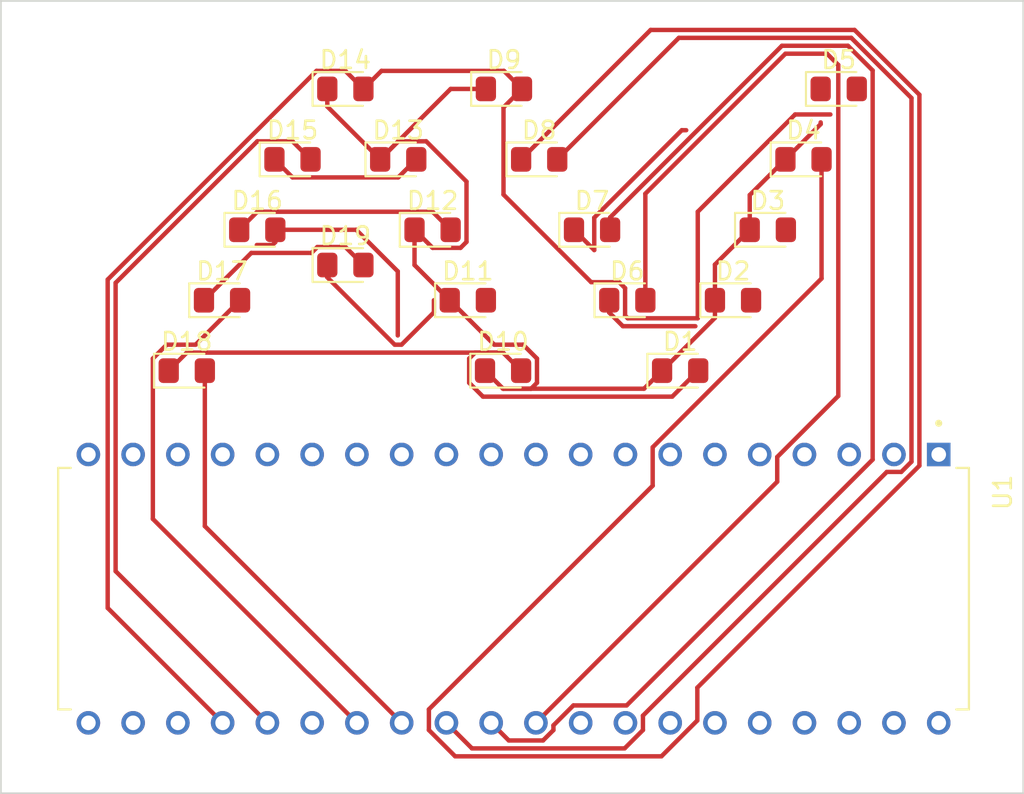
<source format=kicad_pcb>
(kicad_pcb (version 20221018) (generator pcbnew)
  (layers (0 "F.Cu" signal) (31 "B.Cu" signal) (34 "B.Paste" user) (35 "F.Paste" user) (36 "B.SilkS" user "B.Silkscreen") (37 "F.SilkS" user "F.Silkscreen") (38 "B.Mask" user) (39 "F.Mask" user) (44 "Edge.Cuts" user))
  (net 0 "")
  (net 1 "Net-(D1-K)")
  (net 2 "Net-(D1-A)")
  (net 3 "Net-(D2-A)")
  (net 4 "Net-(D3-A)")
  (net 5 "Net-(D4-A)")
  (net 6 "Net-(D14-A)")
  (net 7 "Net-(D6-A)")
  (net 8 "Net-(D7-A)")
  (net 9 "Net-(D8-A)")
  (net 10 "Net-(D11-A)")
  (net 11 "Net-(D12-A)")
  (net 12 "Net-(D13-A)")
  (net 13 "Net-(D15-A)")
  (net 14 "Net-(D16-A)")
  (net 15 "Net-(D17-K)")
  (net 16 "Net-(D17-A)")
  (net 17 "Net-(D18-A)")
  (footprint "LED_SMD:LED_0805_2012Metric_Pad1.15x1.40mm_HandSolder" (layer "F.Cu") (at 182.025 66)
    (fp_text reference "D4" (at 0 -1.65) (layer "F.SilkS"))
    (fp_text value "LED")
    (fp_line (start -1.86 -0.96) (end -1.86 0.96) (stroke (width 0.12)) (layer "F.SilkS"))
    (fp_line (start -1.86 0.96) (end 1 0.96) (stroke (width 0.12)) (layer "F.SilkS"))
    (fp_line (start 1 -0.96) (end -1.86 -0.96) (stroke (width 0.12)) (layer "F.SilkS"))
    (pad "1" smd roundrect (at -1.025 0) (size 1.15 1.4) (layers "F.Cu" "F.Paste" "F.Mask") (roundrect_rratio 0.217391) (net 1 "Net-(D1-K)"))
    (pad "2" smd roundrect (at 1.025 0) (size 1.15 1.4) (layers "F.Cu" "F.Paste" "F.Mask") (roundrect_rratio 0.217391) (net 5 "Net-(D4-A)"))
  )
  (footprint "LED_SMD:LED_0805_2012Metric_Pad1.15x1.40mm_HandSolder" (layer "F.Cu") (at 164.975 78)
    (fp_text reference "D10" (at 0 -1.65) (layer "F.SilkS"))
    (fp_text value "LED")
    (fp_line (start -1.86 -0.96) (end -1.86 0.96) (stroke (width 0.12)) (layer "F.SilkS"))
    (fp_line (start -1.86 0.96) (end 1 0.96) (stroke (width 0.12)) (layer "F.SilkS"))
    (fp_line (start 1 -0.96) (end -1.86 -0.96) (stroke (width 0.12)) (layer "F.SilkS"))
    (pad "1" smd roundrect (at -1.025 0) (size 1.15 1.4) (layers "F.Cu" "F.Paste" "F.Mask") (roundrect_rratio 0.217391) (net 1 "Net-(D1-K)"))
    (pad "2" smd roundrect (at 1.025 0) (size 1.15 1.4) (layers "F.Cu" "F.Paste" "F.Mask") (roundrect_rratio 0.217391) (net 2 "Net-(D1-A)"))
  )
  (footprint "LED_SMD:LED_0805_2012Metric_Pad1.15x1.40mm_HandSolder" (layer "F.Cu") (at 180 70)
    (fp_text reference "D3" (at 0 -1.65) (layer "F.SilkS"))
    (fp_text value "LED")
    (fp_line (start -1.86 -0.96) (end -1.86 0.96) (stroke (width 0.12)) (layer "F.SilkS"))
    (fp_line (start -1.86 0.96) (end 1 0.96) (stroke (width 0.12)) (layer "F.SilkS"))
    (fp_line (start 1 -0.96) (end -1.86 -0.96) (stroke (width 0.12)) (layer "F.SilkS"))
    (pad "1" smd roundrect (at -1.025 0) (size 1.15 1.4) (layers "F.Cu" "F.Paste" "F.Mask") (roundrect_rratio 0.217391) (net 1 "Net-(D1-K)"))
    (pad "2" smd roundrect (at 1.025 0) (size 1.15 1.4) (layers "F.Cu" "F.Paste" "F.Mask") (roundrect_rratio 0.217391) (net 4 "Net-(D3-A)"))
  )
  (footprint "LED_SMD:LED_0805_2012Metric_Pad1.15x1.40mm_HandSolder" (layer "F.Cu") (at 170.025 70)
    (fp_text reference "D7" (at 0 -1.65) (layer "F.SilkS"))
    (fp_text value "LED")
    (fp_line (start -1.86 -0.96) (end -1.86 0.96) (stroke (width 0.12)) (layer "F.SilkS"))
    (fp_line (start -1.86 0.96) (end 1 0.96) (stroke (width 0.12)) (layer "F.SilkS"))
    (fp_line (start 1 -0.96) (end -1.86 -0.96) (stroke (width 0.12)) (layer "F.SilkS"))
    (pad "1" smd roundrect (at -1.025 0) (size 1.15 1.4) (layers "F.Cu" "F.Paste" "F.Mask") (roundrect_rratio 0.217391) (net 4 "Net-(D3-A)"))
    (pad "2" smd roundrect (at 1.025 0) (size 1.15 1.4) (layers "F.Cu" "F.Paste" "F.Mask") (roundrect_rratio 0.217391) (net 8 "Net-(D7-A)"))
  )
  (footprint "LED_SMD:LED_0805_2012Metric_Pad1.15x1.40mm_HandSolder" (layer "F.Cu") (at 175.025 78)
    (fp_text reference "D1" (at 0 -1.65) (layer "F.SilkS"))
    (fp_text value "LED")
    (fp_line (start -1.86 -0.96) (end -1.86 0.96) (stroke (width 0.12)) (layer "F.SilkS"))
    (fp_line (start -1.86 0.96) (end 1 0.96) (stroke (width 0.12)) (layer "F.SilkS"))
    (fp_line (start 1 -0.96) (end -1.86 -0.96) (stroke (width 0.12)) (layer "F.SilkS"))
    (pad "1" smd roundrect (at -1.025 0) (size 1.15 1.4) (layers "F.Cu" "F.Paste" "F.Mask") (roundrect_rratio 0.217391) (net 1 "Net-(D1-K)"))
    (pad "2" smd roundrect (at 1.025 0) (size 1.15 1.4) (layers "F.Cu" "F.Paste" "F.Mask") (roundrect_rratio 0.217391) (net 2 "Net-(D1-A)"))
  )
  (footprint "LED_SMD:LED_0805_2012Metric_Pad1.15x1.40mm_HandSolder" (layer "F.Cu") (at 160.975 70)
    (fp_text reference "D12" (at 0 -1.65) (layer "F.SilkS"))
    (fp_text value "LED")
    (fp_line (start -1.86 -0.96) (end -1.86 0.96) (stroke (width 0.12)) (layer "F.SilkS"))
    (fp_line (start -1.86 0.96) (end 1 0.96) (stroke (width 0.12)) (layer "F.SilkS"))
    (fp_line (start 1 -0.96) (end -1.86 -0.96) (stroke (width 0.12)) (layer "F.SilkS"))
    (pad "1" smd roundrect (at -1.025 0) (size 1.15 1.4) (layers "F.Cu" "F.Paste" "F.Mask") (roundrect_rratio 0.217391) (net 1 "Net-(D1-K)"))
    (pad "2" smd roundrect (at 1.025 0) (size 1.15 1.4) (layers "F.Cu" "F.Paste" "F.Mask") (roundrect_rratio 0.217391) (net 11 "Net-(D12-A)"))
  )
  (footprint "LED_SMD:LED_0805_2012Metric_Pad1.15x1.40mm_HandSolder" (layer "F.Cu") (at 184.025 62)
    (fp_text reference "D5" (at 0 -1.65) (layer "F.SilkS"))
    (fp_text value "LED")
    (fp_line (start -1.86 -0.96) (end -1.86 0.96) (stroke (width 0.12)) (layer "F.SilkS"))
    (fp_line (start -1.86 0.96) (end 1 0.96) (stroke (width 0.12)) (layer "F.SilkS"))
    (fp_line (start 1 -0.96) (end -1.86 -0.96) (stroke (width 0.12)) (layer "F.SilkS"))
    (pad "1" smd roundrect (at -1.025 0) (size 1.15 1.4) (layers "F.Cu" "F.Paste" "F.Mask") (roundrect_rratio 0.217391) (net 1 "Net-(D1-K)"))
    (pad "2" smd roundrect (at 1.025 0) (size 1.15 1.4) (layers "F.Cu" "F.Paste" "F.Mask") (roundrect_rratio 0.217391) (net 6 "Net-(D14-A)"))
  )
  (footprint "My_Custom_Library:AT89C51" (layer "F.Cu") (at 165.57 90.38 -90)
    (fp_text reference "U1" (at -5.4695 -27.7615 90) (layer "F.SilkS"))
    (fp_text value "AT89C51")
    (fp_line (start -6.858 -25.8445) (end -6.858 -25.129) (stroke (width 0.127)) (layer "F.SilkS"))
    (fp_line (start -6.858 -25.8445) (end 6.858 -25.8445) (stroke (width 0.127)) (layer "F.SilkS"))
    (fp_line (start -6.858 25.8445) (end -6.858 25.129) (stroke (width 0.127)) (layer "F.SilkS"))
    (fp_line (start -6.858 25.8445) (end 6.858 25.8445) (stroke (width 0.127)) (layer "F.SilkS"))
    (fp_line (start 6.858 -25.8445) (end 6.858 -25.129) (stroke (width 0.127)) (layer "F.SilkS"))
    (fp_line (start 6.858 25.8445) (end 6.858 25.129) (stroke (width 0.127)) (layer "F.SilkS"))
    (fp_circle (center -9.3945 -24.13) (end -9.2945 -24.13) (stroke (width 0.2)) (fill none) (layer "F.SilkS"))
    (pad "1" thru_hole rect (at -7.62 -24.13 270) (size 1.338 1.338) (drill 0.83) (layers "*.Cu" "*.Mask"))
    (pad "2" thru_hole circle (at -7.62 -21.59 270) (size 1.338 1.338) (drill 0.83) (layers "*.Cu" "*.Mask"))
    (pad "3" thru_hole circle (at -7.62 -19.05 270) (size 1.338 1.338) (drill 0.83) (layers "*.Cu" "*.Mask"))
    (pad "4" thru_hole circle (at -7.62 -16.51 270) (size 1.338 1.338) (drill 0.83) (layers "*.Cu" "*.Mask"))
    (pad "5" thru_hole circle (at -7.62 -13.97 270) (size 1.338 1.338) (drill 0.83) (layers "*.Cu" "*.Mask"))
    (pad "6" thru_hole circle (at -7.62 -11.43 270) (size 1.338 1.338) (drill 0.83) (layers "*.Cu" "*.Mask"))
    (pad "7" thru_hole circle (at -7.62 -8.89 270) (size 1.338 1.338) (drill 0.83) (layers "*.Cu" "*.Mask"))
    (pad "8" thru_hole circle (at -7.62 -6.35 270) (size 1.338 1.338) (drill 0.83) (layers "*.Cu" "*.Mask"))
    (pad "9" thru_hole circle (at -7.62 -3.81 270) (size 1.338 1.338) (drill 0.83) (layers "*.Cu" "*.Mask"))
    (pad "10" thru_hole circle (at -7.62 -1.27 270) (size 1.338 1.338) (drill 0.83) (layers "*.Cu" "*.Mask"))
    (pad "11" thru_hole circle (at -7.62 1.27 270) (size 1.338 1.338) (drill 0.83) (layers "*.Cu" "*.Mask"))
    (pad "12" thru_hole circle (at -7.62 3.81 270) (size 1.338 1.338) (drill 0.83) (layers "*.Cu" "*.Mask"))
    (pad "13" thru_hole circle (at -7.62 6.35 270) (size 1.338 1.338) (drill 0.83) (layers "*.Cu" "*.Mask"))
    (pad "14" thru_hole circle (at -7.62 8.89 270) (size 1.338 1.338) (drill 0.83) (layers "*.Cu" "*.Mask"))
    (pad "15" thru_hole circle (at -7.62 11.43 270) (size 1.338 1.338) (drill 0.83) (layers "*.Cu" "*.Mask"))
    (pad "16" thru_hole circle (at -7.62 13.97 270) (size 1.338 1.338) (drill 0.83) (layers "*.Cu" "*.Mask"))
    (pad "17" thru_hole circle (at -7.62 16.51 270) (size 1.338 1.338) (drill 0.83) (layers "*.Cu" "*.Mask"))
    (pad "18" thru_hole circle (at -7.62 19.05 270) (size 1.338 1.338) (drill 0.83) (layers "*.Cu" "*.Mask"))
    (pad "19" thru_hole circle (at -7.62 21.59 270) (size 1.338 1.338) (drill 0.83) (layers "*.Cu" "*.Mask"))
    (pad "20" thru_hole circle (at -7.62 24.13 270) (size 1.338 1.338) (drill 0.83) (layers "*.Cu" "*.Mask"))
    (pad "21" thru_hole circle (at 7.62 24.13 270) (size 1.338 1.338) (drill 0.83) (layers "*.Cu" "*.Mask"))
    (pad "22" thru_hole circle (at 7.62 21.59 270) (size 1.338 1.338) (drill 0.83) (layers "*.Cu" "*.Mask"))
    (pad "23" thru_hole circle (at 7.62 19.05 270) (size 1.338 1.338) (drill 0.83) (layers "*.Cu" "*.Mask"))
    (pad "24" thru_hole circle (at 7.62 16.51 270) (size 1.338 1.338) (drill 0.83) (layers "*.Cu" "*.Mask") (net 6 "Net-(D14-A)"))
    (pad "25" thru_hole circle (at 7.62 13.97 270) (size 1.338 1.338) (drill 0.83) (layers "*.Cu" "*.Mask") (net 13 "Net-(D15-A)"))
    (pad "26" thru_hole circle (at 7.62 11.43 270) (size 1.338 1.338) (drill 0.83) (layers "*.Cu" "*.Mask") (net 14 "Net-(D16-A)"))
    (pad "27" thru_hole circle (at 7.62 8.89 270) (size 1.338 1.338) (drill 0.83) (layers "*.Cu" "*.Mask") (net 16 "Net-(D17-A)"))
    (pad "28" thru_hole circle (at 7.62 6.35 270) (size 1.338 1.338) (drill 0.83) (layers "*.Cu" "*.Mask") (net 17 "Net-(D18-A)"))
    (pad "29" thru_hole circle (at 7.62 3.81 270) (size 1.338 1.338) (drill 0.83) (layers "*.Cu" "*.Mask") (net 9 "Net-(D8-A)"))
    (pad "30" thru_hole circle (at 7.62 1.27 270) (size 1.338 1.338) (drill 0.83) (layers "*.Cu" "*.Mask") (net 8 "Net-(D7-A)"))
    (pad "31" thru_hole circle (at 7.62 -1.27 270) (size 1.338 1.338) (drill 0.83) (layers "*.Cu" "*.Mask") (net 7 "Net-(D6-A)"))
    (pad "32" thru_hole circle (at 7.62 -3.81 270) (size 1.338 1.338) (drill 0.83) (layers "*.Cu" "*.Mask"))
    (pad "33" thru_hole circle (at 7.62 -6.35 270) (size 1.338 1.338) (drill 0.83) (layers "*.Cu" "*.Mask"))
    (pad "34" thru_hole circle (at 7.62 -8.89 270) (size 1.338 1.338) (drill 0.83) (layers "*.Cu" "*.Mask"))
    (pad "35" thru_hole circle (at 7.62 -11.43 270) (size 1.338 1.338) (drill 0.83) (layers "*.Cu" "*.Mask"))
    (pad "36" thru_hole circle (at 7.62 -13.97 270) (size 1.338 1.338) (drill 0.83) (layers "*.Cu" "*.Mask"))
    (pad "37" thru_hole circle (at 7.62 -16.51 270) (size 1.338 1.338) (drill 0.83) (layers "*.Cu" "*.Mask"))
    (pad "38" thru_hole circle (at 7.62 -19.05 270) (size 1.338 1.338) (drill 0.83) (layers "*.Cu" "*.Mask"))
    (pad "39" thru_hole circle (at 7.62 -21.59 270) (size 1.338 1.338) (drill 0.83) (layers "*.Cu" "*.Mask"))
    (pad "40" thru_hole circle (at 7.62 -24.13 270) (size 1.338 1.338) (drill 0.83) (layers "*.Cu" "*.Mask"))
  )
  (footprint "LED_SMD:LED_0805_2012Metric_Pad1.15x1.40mm_HandSolder" (layer "F.Cu") (at 165.025 62)
    (fp_text reference "D9" (at 0 -1.65) (layer "F.SilkS"))
    (fp_text value "LED")
    (fp_line (start -1.86 -0.96) (end -1.86 0.96) (stroke (width 0.12)) (layer "F.SilkS"))
    (fp_line (start -1.86 0.96) (end 1 0.96) (stroke (width 0.12)) (layer "F.SilkS"))
    (fp_line (start 1 -0.96) (end -1.86 -0.96) (stroke (width 0.12)) (layer "F.SilkS"))
    (pad "1" smd roundrect (at -1.025 0) (size 1.15 1.4) (layers "F.Cu" "F.Paste" "F.Mask") (roundrect_rratio 0.217391) (net 1 "Net-(D1-K)"))
    (pad "2" smd roundrect (at 1.025 0) (size 1.15 1.4) (layers "F.Cu" "F.Paste" "F.Mask") (roundrect_rratio 0.217391) (net 6 "Net-(D14-A)"))
  )
  (footprint "LED_SMD:LED_0805_2012Metric_Pad1.15x1.40mm_HandSolder" (layer "F.Cu") (at 156.025 62)
    (fp_text reference "D14" (at 0 -1.65) (layer "F.SilkS"))
    (fp_text value "LED")
    (fp_line (start -1.86 -0.96) (end -1.86 0.96) (stroke (width 0.12)) (layer "F.SilkS"))
    (fp_line (start -1.86 0.96) (end 1 0.96) (stroke (width 0.12)) (layer "F.SilkS"))
    (fp_line (start 1 -0.96) (end -1.86 -0.96) (stroke (width 0.12)) (layer "F.SilkS"))
    (pad "1" smd roundrect (at -1.025 0) (size 1.15 1.4) (layers "F.Cu" "F.Paste" "F.Mask") (roundrect_rratio 0.217391) (net 1 "Net-(D1-K)"))
    (pad "2" smd roundrect (at 1.025 0) (size 1.15 1.4) (layers "F.Cu" "F.Paste" "F.Mask") (roundrect_rratio 0.217391) (net 6 "Net-(D14-A)"))
  )
  (footprint "LED_SMD:LED_0805_2012Metric_Pad1.15x1.40mm_HandSolder" (layer "F.Cu") (at 167.025 66)
    (fp_text reference "D8" (at 0 -1.65) (layer "F.SilkS"))
    (fp_text value "LED")
    (fp_line (start -1.86 -0.96) (end -1.86 0.96) (stroke (width 0.12)) (layer "F.SilkS"))
    (fp_line (start -1.86 0.96) (end 1 0.96) (stroke (width 0.12)) (layer "F.SilkS"))
    (fp_line (start 1 -0.96) (end -1.86 -0.96) (stroke (width 0.12)) (layer "F.SilkS"))
    (pad "1" smd roundrect (at -1.025 0) (size 1.15 1.4) (layers "F.Cu" "F.Paste" "F.Mask") (roundrect_rratio 0.217391) (net 5 "Net-(D4-A)"))
    (pad "2" smd roundrect (at 1.025 0) (size 1.15 1.4) (layers "F.Cu" "F.Paste" "F.Mask") (roundrect_rratio 0.217391) (net 9 "Net-(D8-A)"))
  )
  (footprint "LED_SMD:LED_0805_2012Metric_Pad1.15x1.40mm_HandSolder" (layer "F.Cu") (at 172.025 74)
    (fp_text reference "D6" (at 0 -1.65) (layer "F.SilkS"))
    (fp_text value "LED")
    (fp_line (start -1.86 -0.96) (end -1.86 0.96) (stroke (width 0.12)) (layer "F.SilkS"))
    (fp_line (start -1.86 0.96) (end 1 0.96) (stroke (width 0.12)) (layer "F.SilkS"))
    (fp_line (start 1 -0.96) (end -1.86 -0.96) (stroke (width 0.12)) (layer "F.SilkS"))
    (pad "1" smd roundrect (at -1.025 0) (size 1.15 1.4) (layers "F.Cu" "F.Paste" "F.Mask") (roundrect_rratio 0.217391) (net 3 "Net-(D2-A)"))
    (pad "2" smd roundrect (at 1.025 0) (size 1.15 1.4) (layers "F.Cu" "F.Paste" "F.Mask") (roundrect_rratio 0.217391) (net 7 "Net-(D6-A)"))
  )
  (footprint "LED_SMD:LED_0805_2012Metric_Pad1.15x1.40mm_HandSolder" (layer "F.Cu") (at 149.025 74)
    (fp_text reference "D17" (at 0 -1.65) (layer "F.SilkS"))
    (fp_text value "LED")
    (fp_line (start -1.86 -0.96) (end -1.86 0.96) (stroke (width 0.12)) (layer "F.SilkS"))
    (fp_line (start -1.86 0.96) (end 1 0.96) (stroke (width 0.12)) (layer "F.SilkS"))
    (fp_line (start 1 -0.96) (end -1.86 -0.96) (stroke (width 0.12)) (layer "F.SilkS"))
    (pad "1" smd roundrect (at -1.025 0) (size 1.15 1.4) (layers "F.Cu" "F.Paste" "F.Mask") (roundrect_rratio 0.217391) (net 15 "Net-(D17-K)"))
    (pad "2" smd roundrect (at 1.025 0) (size 1.15 1.4) (layers "F.Cu" "F.Paste" "F.Mask") (roundrect_rratio 0.217391) (net 16 "Net-(D17-A)"))
  )
  (footprint "LED_SMD:LED_0805_2012Metric_Pad1.15x1.40mm_HandSolder" (layer "F.Cu") (at 151.025 70)
    (fp_text reference "D16" (at 0 -1.65) (layer "F.SilkS"))
    (fp_text value "LED")
    (fp_line (start -1.86 -0.96) (end -1.86 0.96) (stroke (width 0.12)) (layer "F.SilkS"))
    (fp_line (start -1.86 0.96) (end 1 0.96) (stroke (width 0.12)) (layer "F.SilkS"))
    (fp_line (start 1 -0.96) (end -1.86 -0.96) (stroke (width 0.12)) (layer "F.SilkS"))
    (pad "1" smd roundrect (at -1.025 0) (size 1.15 1.4) (layers "F.Cu" "F.Paste" "F.Mask") (roundrect_rratio 0.217391) (net 11 "Net-(D12-A)"))
    (pad "2" smd roundrect (at 1.025 0) (size 1.15 1.4) (layers "F.Cu" "F.Paste" "F.Mask") (roundrect_rratio 0.217391) (net 14 "Net-(D16-A)"))
  )
  (footprint "LED_SMD:LED_0805_2012Metric_Pad1.15x1.40mm_HandSolder" (layer "F.Cu") (at 147.025 78)
    (fp_text reference "D18" (at 0 -1.65) (layer "F.SilkS"))
    (fp_text value "LED")
    (fp_line (start -1.86 -0.96) (end -1.86 0.96) (stroke (width 0.12)) (layer "F.SilkS"))
    (fp_line (start -1.86 0.96) (end 1 0.96) (stroke (width 0.12)) (layer "F.SilkS"))
    (fp_line (start 1 -0.96) (end -1.86 -0.96) (stroke (width 0.12)) (layer "F.SilkS"))
    (pad "1" smd roundrect (at -1.025 0) (size 1.15 1.4) (layers "F.Cu" "F.Paste" "F.Mask") (roundrect_rratio 0.217391) (net 2 "Net-(D1-A)"))
    (pad "2" smd roundrect (at 1.025 0) (size 1.15 1.4) (layers "F.Cu" "F.Paste" "F.Mask") (roundrect_rratio 0.217391) (net 17 "Net-(D18-A)"))
  )
  (footprint "LED_SMD:LED_0805_2012Metric_Pad1.15x1.40mm_HandSolder" (layer "F.Cu") (at 159.025 66)
    (fp_text reference "D13" (at 0 -1.65) (layer "F.SilkS"))
    (fp_text value "LED")
    (fp_line (start -1.86 -0.96) (end -1.86 0.96) (stroke (width 0.12)) (layer "F.SilkS"))
    (fp_line (start -1.86 0.96) (end 1 0.96) (stroke (width 0.12)) (layer "F.SilkS"))
    (fp_line (start 1 -0.96) (end -1.86 -0.96) (stroke (width 0.12)) (layer "F.SilkS"))
    (pad "1" smd roundrect (at -1.025 0) (size 1.15 1.4) (layers "F.Cu" "F.Paste" "F.Mask") (roundrect_rratio 0.217391) (net 1 "Net-(D1-K)"))
    (pad "2" smd roundrect (at 1.025 0) (size 1.15 1.4) (layers "F.Cu" "F.Paste" "F.Mask") (roundrect_rratio 0.217391) (net 12 "Net-(D13-A)"))
  )
  (footprint "LED_SMD:LED_0805_2012Metric_Pad1.15x1.40mm_HandSolder" (layer "F.Cu") (at 162.975 74)
    (fp_text reference "D11" (at 0 -1.65) (layer "F.SilkS"))
    (fp_text value "LED")
    (fp_line (start -1.86 -0.96) (end -1.86 0.96) (stroke (width 0.12)) (layer "F.SilkS"))
    (fp_line (start -1.86 0.96) (end 1 0.96) (stroke (width 0.12)) (layer "F.SilkS"))
    (fp_line (start 1 -0.96) (end -1.86 -0.96) (stroke (width 0.12)) (layer "F.SilkS"))
    (pad "1" smd roundrect (at -1.025 0) (size 1.15 1.4) (layers "F.Cu" "F.Paste" "F.Mask") (roundrect_rratio 0.217391) (net 1 "Net-(D1-K)"))
    (pad "2" smd roundrect (at 1.025 0) (size 1.15 1.4) (layers "F.Cu" "F.Paste" "F.Mask") (roundrect_rratio 0.217391) (net 10 "Net-(D11-A)"))
  )
  (footprint "LED_SMD:LED_0805_2012Metric_Pad1.15x1.40mm_HandSolder" (layer "F.Cu") (at 178.025 74)
    (fp_text reference "D2" (at 0 -1.65) (layer "F.SilkS"))
    (fp_text value "LED")
    (fp_line (start -1.86 -0.96) (end -1.86 0.96) (stroke (width 0.12)) (layer "F.SilkS"))
    (fp_line (start -1.86 0.96) (end 1 0.96) (stroke (width 0.12)) (layer "F.SilkS"))
    (fp_line (start 1 -0.96) (end -1.86 -0.96) (stroke (width 0.12)) (layer "F.SilkS"))
    (pad "1" smd roundrect (at -1.025 0) (size 1.15 1.4) (layers "F.Cu" "F.Paste" "F.Mask") (roundrect_rratio 0.217391) (net 1 "Net-(D1-K)"))
    (pad "2" smd roundrect (at 1.025 0) (size 1.15 1.4) (layers "F.Cu" "F.Paste" "F.Mask") (roundrect_rratio 0.217391) (net 3 "Net-(D2-A)"))
  )
  (footprint "LED_SMD:LED_0805_2012Metric_Pad1.15x1.40mm_HandSolder" (layer "F.Cu") (at 156.025 72)
    (fp_text reference "D19" (at 0 -1.65) (layer "F.SilkS"))
    (fp_text value "LED")
    (fp_line (start -1.86 -0.96) (end -1.86 0.96) (stroke (width 0.12)) (layer "F.SilkS"))
    (fp_line (start -1.86 0.96) (end 1 0.96) (stroke (width 0.12)) (layer "F.SilkS"))
    (fp_line (start 1 -0.96) (end -1.86 -0.96) (stroke (width 0.12)) (layer "F.SilkS"))
    (pad "1" smd roundrect (at -1.025 0) (size 1.15 1.4) (layers "F.Cu" "F.Paste" "F.Mask") (roundrect_rratio 0.217391) (net 10 "Net-(D11-A)"))
    (pad "2" smd roundrect (at 1.025 0) (size 1.15 1.4) (layers "F.Cu" "F.Paste" "F.Mask") (roundrect_rratio 0.217391) (net 15 "Net-(D17-K)"))
  )
  (footprint "LED_SMD:LED_0805_2012Metric_Pad1.15x1.40mm_HandSolder" (layer "F.Cu") (at 153.025 66)
    (fp_text reference "D15" (at 0 -1.65) (layer "F.SilkS"))
    (fp_text value "LED")
    (fp_line (start -1.86 -0.96) (end -1.86 0.96) (stroke (width 0.12)) (layer "F.SilkS"))
    (fp_line (start -1.86 0.96) (end 1 0.96) (stroke (width 0.12)) (layer "F.SilkS"))
    (fp_line (start 1 -0.96) (end -1.86 -0.96) (stroke (width 0.12)) (layer "F.SilkS"))
    (pad "1" smd roundrect (at -1.025 0) (size 1.15 1.4) (layers "F.Cu" "F.Paste" "F.Mask") (roundrect_rratio 0.217391) (net 12 "Net-(D13-A)"))
    (pad "2" smd roundrect (at 1.025 0) (size 1.15 1.4) (layers "F.Cu" "F.Paste" "F.Mask") (roundrect_rratio 0.217391) (net 13 "Net-(D15-A)"))
  )
  (gr_rect (start 136.4746 57) (end 194.5 102) (stroke (width 0.1)) (fill none) (layer "Edge.Cuts"))
  (segment (start 162 62) (end 158 66) (width 0.25) (layer "F.Cu") (net 1))
  (segment (start 163.95 78) (end 164.975 79.025) (width 0.25) (layer "F.Cu") (net 1))
  (segment (start 178.975 70) (end 178.975 68.025) (width 0.25) (layer "F.Cu") (net 1))
  (segment (start 177 74) (end 177 71.975) (width 0.25) (layer "F.Cu") (net 1))
  (segment (start 166.9 77.311826) (end 166.9 78.688174) (width 0.25) (layer "F.Cu") (net 1))
  (segment (start 158 66) (end 159.025 64.975) (width 0.25) (layer "F.Cu") (net 1))
  (segment (start 155 62) (end 155 63) (width 0.25) (layer "F.Cu") (net 1))
  (segment (start 162.563174 71.025) (end 160.975 71.025) (width 0.25) (layer "F.Cu") (net 1))
  (segment (start 160.613174 64.975) (end 162.9 67.261826) (width 0.25) (layer "F.Cu") (net 1))
  (segment (start 166.563174 79.025) (end 164.975 79.025) (width 0.25) (layer "F.Cu") (net 1))
  (segment (start 161.95 74) (end 164.475 76.525) (width 0.25) (layer "F.Cu") (net 1))
  (segment (start 183 64) (end 183 63.9) (width 0.25) (layer "F.Cu") (net 1))
  (segment (start 174 78) (end 177 75) (width 0.25) (layer "F.Cu") (net 1))
  (segment (start 177 71.975) (end 178.975 70) (width 0.25) (layer "F.Cu") (net 1))
  (segment (start 164 62) (end 162 62) (width 0.25) (layer "F.Cu") (net 1))
  (segment (start 177 75) (end 177 74) (width 0.25) (layer "F.Cu") (net 1))
  (segment (start 166.9 78.688174) (end 166.563174 79.025) (width 0.25) (layer "F.Cu") (net 1))
  (segment (start 160.975 71.025) (end 159.95 70) (width 0.25) (layer "F.Cu") (net 1))
  (segment (start 162.9 67.261826) (end 162.9 70.688174) (width 0.25) (layer "F.Cu") (net 1))
  (segment (start 159.95 70) (end 159.95 72) (width 0.25) (layer "F.Cu") (net 1))
  (segment (start 155 63) (end 158 66) (width 0.25) (layer "F.Cu") (net 1))
  (segment (start 162.9 70.688174) (end 162.563174 71.025) (width 0.25) (layer "F.Cu") (net 1))
  (segment (start 178.975 68.025) (end 181 66) (width 0.25) (layer "F.Cu") (net 1))
  (segment (start 166.113174 76.525) (end 166.9 77.311826) (width 0.25) (layer "F.Cu") (net 1))
  (segment (start 172.975 79.025) (end 174 78) (width 0.25) (layer "F.Cu") (net 1))
  (segment (start 164.475 76.525) (end 166.113174 76.525) (width 0.25) (layer "F.Cu") (net 1))
  (segment (start 181 66) (end 183 64) (width 0.25) (layer "F.Cu") (net 1))
  (segment (start 159.95 72) (end 161.95 74) (width 0.25) (layer "F.Cu") (net 1))
  (segment (start 159.025 64.975) (end 160.613174 64.975) (width 0.25) (layer "F.Cu") (net 1))
  (segment (start 164.975 79.025) (end 172.975 79.025) (width 0.25) (layer "F.Cu") (net 1))
  (segment (start 147.025 76.975) (end 164.975 76.975) (width 0.25) (layer "F.Cu") (net 2))
  (segment (start 164.975 76.975) (end 163.386826 76.975) (width 0.25) (layer "F.Cu") (net 2))
  (segment (start 163.05 78.688174) (end 163.836826 79.475) (width 0.25) (layer "F.Cu") (net 2))
  (segment (start 163.386826 76.975) (end 163.05 77.311826) (width 0.25) (layer "F.Cu") (net 2))
  (segment (start 166 78) (end 164.975 76.975) (width 0.25) (layer "F.Cu") (net 2))
  (segment (start 163.05 77.311826) (end 163.05 78.688174) (width 0.25) (layer "F.Cu") (net 2))
  (segment (start 174.575 79.475) (end 176.05 78) (width 0.25) (layer "F.Cu") (net 2))
  (segment (start 146 78) (end 147.025 76.975) (width 0.25) (layer "F.Cu") (net 2))
  (segment (start 163.836826 79.475) (end 174.575 79.475) (width 0.25) (layer "F.Cu") (net 2))
  (segment (start 171 74) (end 171 74.7) (width 0.25) (layer "F.Cu") (net 3))
  (segment (start 171.775 75.475) (end 175.888604 75.475) (width 0.25) (layer "F.Cu") (net 3))
  (segment (start 171 74.7) (end 171.775 75.475) (width 0.25) (layer "F.Cu") (net 3))
  (segment (start 169 70) (end 170.15 71.15) (width 0.25) (layer "F.Cu") (net 4))
  (segment (start 170.15 69.311826) (end 175.117524 64.344302) (width 0.25) (layer "F.Cu") (net 4))
  (segment (start 170.15 71.15) (end 170.15 69.311826) (width 0.25) (layer "F.Cu") (net 4))
  (segment (start 175.117524 64.344302) (end 175.369302 64.344302) (width 0.25) (layer "F.Cu") (net 4))
  (segment (start 173.466 82.349998) (end 183.05 72.765998) (width 0.25) (layer "F.Cu") (net 5))
  (segment (start 188.604 83.396) (end 176 96) (width 0.25) (layer "F.Cu") (net 5))
  (segment (start 176 97.864002) (end 173.964002 99.9) (width 0.25) (layer "F.Cu") (net 5))
  (segment (start 173.466 84.534) (end 173.466 82.349998) (width 0.25) (layer "F.Cu") (net 5))
  (segment (start 173.964002 99.9) (end 162.255998 99.9) (width 0.25) (layer "F.Cu") (net 5))
  (segment (start 188.604 62.331208) (end 188.604 83.396) (width 0.25) (layer "F.Cu") (net 5))
  (segment (start 160.766 97.234) (end 173.466 84.534) (width 0.25) (layer "F.Cu") (net 5))
  (segment (start 176 96) (end 176 97.864002) (width 0.25) (layer "F.Cu") (net 5))
  (segment (start 173.35 58.65) (end 184.922792 58.65) (width 0.25) (layer "F.Cu") (net 5))
  (segment (start 184.922792 58.65) (end 188.604 62.331208) (width 0.25) (layer "F.Cu") (net 5))
  (segment (start 162.255998 99.9) (end 160.766 98.410002) (width 0.25) (layer "F.Cu") (net 5))
  (segment (start 160.766 98.410002) (end 160.766 97.234) (width 0.25) (layer "F.Cu") (net 5))
  (segment (start 166 66) (end 173.35 58.65) (width 0.25) (layer "F.Cu") (net 5))
  (segment (start 183.05 72.765998) (end 183.05 66) (width 0.25) (layer "F.Cu") (net 5))
  (segment (start 181.55 63.45) (end 183.55 63.45) (width 0.25) (layer "F.Cu") (net 6))
  (segment (start 171.9 73.311826) (end 171.9 74.875) (width 0.25) (layer "F.Cu") (net 6))
  (segment (start 154.388604 60.975) (end 156.025 60.975) (width 0.25) (layer "F.Cu") (net 6))
  (segment (start 158.075 60.975) (end 165.025 60.975) (width 0.25) (layer "F.Cu") (net 6))
  (segment (start 176.025 68.975) (end 181.55 63.45) (width 0.25) (layer "F.Cu") (net 6))
  (segment (start 157.05 62) (end 158.075 60.975) (width 0.25) (layer "F.Cu") (net 6))
  (segment (start 142.536 91.476) (end 142.536 72.827604) (width 0.25) (layer "F.Cu") (net 6))
  (segment (start 142.536 72.827604) (end 154.388604 60.975) (width 0.25) (layer "F.Cu") (net 6))
  (segment (start 172.05 75.025) (end 176.025 75.025) (width 0.25) (layer "F.Cu") (net 6))
  (segment (start 176.025 75.025) (end 176.025 68.975) (width 0.25) (layer "F.Cu") (net 6))
  (segment (start 166.05 62) (end 165 63.05) (width 0.25) (layer "F.Cu") (net 6))
  (segment (start 165.025 60.975) (end 166.05 62) (width 0.25) (layer "F.Cu") (net 6))
  (segment (start 171.9 74.875) (end 172.05 75.025) (width 0.25) (layer "F.Cu") (net 6))
  (segment (start 165 68) (end 169.975 72.975) (width 0.25) (layer "F.Cu") (net 6))
  (segment (start 165 63.05) (end 165 68) (width 0.25) (layer "F.Cu") (net 6))
  (segment (start 171.563174 72.975) (end 171.9 73.311826) (width 0.25) (layer "F.Cu") (net 6))
  (segment (start 169.975 72.975) (end 171.563174 72.975) (width 0.25) (layer "F.Cu") (net 6))
  (segment (start 156.025 60.975) (end 157.05 62) (width 0.25) (layer "F.Cu") (net 6))
  (segment (start 149.06 98) (end 142.536 91.476) (width 0.25) (layer "F.Cu") (net 6))
  (segment (start 173.05 74) (end 173.05 67.95) (width 0.25) (layer "F.Cu") (net 7))
  (segment (start 173.05 67.95) (end 181 60) (width 0.25) (layer "F.Cu") (net 7))
  (segment (start 183.361826 60) (end 184 60.638174) (width 0.25) (layer "F.Cu") (net 7))
  (segment (start 180.534 84.306) (end 166.84 98) (width 0.25) (layer "F.Cu") (net 7))
  (segment (start 180.534 82.901998) (end 180.534 84.306) (width 0.25) (layer "F.Cu") (net 7))
  (segment (start 184 60.638174) (end 184 79.435998) (width 0.25) (layer "F.Cu") (net 7))
  (segment (start 184 79.435998) (end 180.534 82.901998) (width 0.25) (layer "F.Cu") (net 7))
  (segment (start 181 60) (end 183.361826 60) (width 0.25) (layer "F.Cu") (net 7))
  (segment (start 165.3 99) (end 164.3 98) (width 0.25) (layer "F.Cu") (net 8))
  (segment (start 185.95 60.95) (end 185.95 83.05) (width 0.25) (layer "F.Cu") (net 8))
  (segment (start 185.95 83.05) (end 171.989122 97.010878) (width 0.25) (layer "F.Cu") (net 8))
  (segment (start 167.834 98.410002) (end 167.244002 99) (width 0.25) (layer "F.Cu") (net 8))
  (segment (start 171.05 69.3) (end 180.8 59.55) (width 0.25) (layer "F.Cu") (net 8))
  (segment (start 171.989122 97.010878) (end 168.96512 97.010878) (width 0.25) (layer "F.Cu") (net 8))
  (segment (start 167.834 98.141998) (end 167.834 98.410002) (width 0.25) (layer "F.Cu") (net 8))
  (segment (start 167.244002 99) (end 165.3 99) (width 0.25) (layer "F.Cu") (net 8))
  (segment (start 184.55 59.55) (end 185.95 60.95) (width 0.25) (layer "F.Cu") (net 8))
  (segment (start 168.96512 97.010878) (end 167.834 98.141998) (width 0.25) (layer "F.Cu") (net 8))
  (segment (start 180.8 59.55) (end 184.55 59.55) (width 0.25) (layer "F.Cu") (net 8))
  (segment (start 171.05 70) (end 171.05 69.3) (width 0.25) (layer "F.Cu") (net 8))
  (segment (start 168.05 66) (end 174.95 59.1) (width 0.25) (layer "F.Cu") (net 9))
  (segment (start 188.154 62.517604) (end 188.154 83.170002) (width 0.25) (layer "F.Cu") (net 9))
  (segment (start 187.57488 83.749122) (end 186.754876 83.749122) (width 0.25) (layer "F.Cu") (net 9))
  (segment (start 172.914 97.589998) (end 172.914 98.410002) (width 0.25) (layer "F.Cu") (net 9))
  (segment (start 186.754876 83.749122) (end 172.914 97.589998) (width 0.25) (layer "F.Cu") (net 9))
  (segment (start 184.736396 59.1) (end 188.154 62.517604) (width 0.25) (layer "F.Cu") (net 9))
  (segment (start 163.21 99.45) (end 161.76 98) (width 0.25) (layer "F.Cu") (net 9))
  (segment (start 171.874002 99.45) (end 163.21 99.45) (width 0.25) (layer "F.Cu") (net 9))
  (segment (start 174.95 59.1) (end 184.736396 59.1) (width 0.25) (layer "F.Cu") (net 9))
  (segment (start 188.154 83.170002) (end 187.57488 83.749122) (width 0.25) (layer "F.Cu") (net 9))
  (segment (start 172.914 98.410002) (end 171.874002 99.45) (width 0.25) (layer "F.Cu") (net 9))
  (segment (start 161.05 74.688174) (end 161.05 74) (width 0.25) (layer "F.Cu") (net 10))
  (segment (start 155 72) (end 155 72.7) (width 0.25) (layer "F.Cu") (net 10))
  (segment (start 155 72.7) (end 158.825 76.525) (width 0.25) (layer "F.Cu") (net 10))
  (segment (start 159.213174 76.525) (end 161.05 74.688174) (width 0.25) (layer "F.Cu") (net 10))
  (segment (start 158.825 76.525) (end 159.213174 76.525) (width 0.25) (layer "F.Cu") (net 10))
  (segment (start 160.975 68.975) (end 162 70) (width 0.25) (layer "F.Cu") (net 11))
  (segment (start 151.025 68.975) (end 160.975 68.975) (width 0.25) (layer "F.Cu") (net 11))
  (segment (start 150 70) (end 151.025 68.975) (width 0.25) (layer "F.Cu") (net 11))
  (segment (start 159.025 67.025) (end 160.05 66) (width 0.25) (layer "F.Cu") (net 12))
  (segment (start 152 66) (end 153.025 67.025) (width 0.25) (layer "F.Cu") (net 12))
  (segment (start 153.025 67.025) (end 159.025 67.025) (width 0.25) (layer "F.Cu") (net 12))
  (segment (start 151.025 64.975) (end 142.986 73.014) (width 0.25) (layer "F.Cu") (net 13))
  (segment (start 142.986 89.386) (end 151.6 98) (width 0.25) (layer "F.Cu") (net 13))
  (segment (start 154.05 66) (end 153.025 64.975) (width 0.25) (layer "F.Cu") (net 13))
  (segment (start 142.986 73.014) (end 142.986 89.386) (width 0.25) (layer "F.Cu") (net 13))
  (segment (start 153.025 64.975) (end 151.025 64.975) (width 0.25) (layer "F.Cu") (net 13))
  (segment (start 152.05 70.7) (end 151.888174 70.861826) (width 0.25) (layer "F.Cu") (net 14))
  (segment (start 152.05 70) (end 156.638174 70) (width 0.25) (layer "F.Cu") (net 14))
  (segment (start 159 72.361826) (end 159 76) (width 0.25) (layer "F.Cu") (net 14))
  (segment (start 152.05 70) (end 152.05 70.7) (width 0.25) (layer "F.Cu") (net 14))
  (segment (start 151.888174 70.861826) (end 151 70.861826) (width 0.25) (layer "F.Cu") (net 14))
  (segment (start 156.638174 70) (end 159 72.361826) (width 0.25) (layer "F.Cu") (net 14))
  (segment (start 154.1 71.311826) (end 154.436826 70.975) (width 0.25) (layer "F.Cu") (net 15))
  (segment (start 154.436826 70.975) (end 156.025 70.975) (width 0.25) (layer "F.Cu") (net 15))
  (segment (start 148 74) (end 150.688174 71.311826) (width 0.25) (layer "F.Cu") (net 15))
  (segment (start 150.688174 71.311826) (end 154.1 71.311826) (width 0.25) (layer "F.Cu") (net 15))
  (segment (start 156.025 70.975) (end 157.05 72) (width 0.25) (layer "F.Cu") (net 15))
  (segment (start 145.1 77.311826) (end 145.1 86.42) (width 0.25) (layer "F.Cu") (net 16))
  (segment (start 150.05 74) (end 147.525 76.525) (width 0.25) (layer "F.Cu") (net 16))
  (segment (start 145.1 86.42) (end 156.68 98) (width 0.25) (layer "F.Cu") (net 16))
  (segment (start 147.525 76.525) (end 145.886826 76.525) (width 0.25) (layer "F.Cu") (net 16))
  (segment (start 145.886826 76.525) (end 145.1 77.311826) (width 0.25) (layer "F.Cu") (net 16))
  (segment (start 148.05 78) (end 148.05 86.83) (width 0.25) (layer "F.Cu") (net 17))
  (segment (start 148.05 86.83) (end 159.22 98) (width 0.25) (layer "F.Cu") (net 17))
)
</source>
